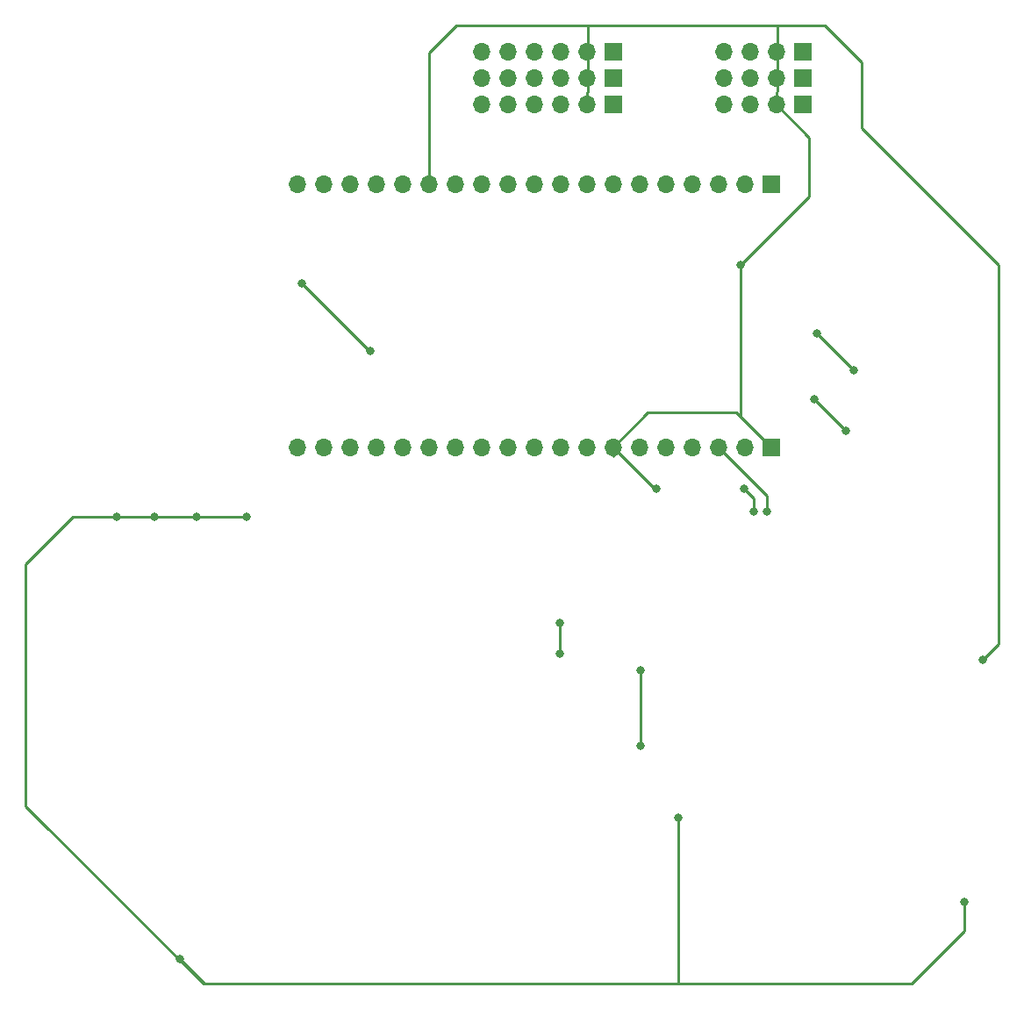
<source format=gbr>
G04 #@! TF.GenerationSoftware,KiCad,Pcbnew,(5.0.1)-3*
G04 #@! TF.CreationDate,2018-10-29T21:18:02+09:00*
G04 #@! TF.ProjectId,badge,62616467652E6B696361645F70636200,rev?*
G04 #@! TF.SameCoordinates,Original*
G04 #@! TF.FileFunction,Copper,L2,Bot,Signal*
G04 #@! TF.FilePolarity,Positive*
%FSLAX46Y46*%
G04 Gerber Fmt 4.6, Leading zero omitted, Abs format (unit mm)*
G04 Created by KiCad (PCBNEW (5.0.1)-3) date 2018-10-29 오후 9:18:02*
%MOMM*%
%LPD*%
G01*
G04 APERTURE LIST*
G04 #@! TA.AperFunction,ComponentPad*
%ADD10O,1.700000X1.700000*%
G04 #@! TD*
G04 #@! TA.AperFunction,ComponentPad*
%ADD11R,1.700000X1.700000*%
G04 #@! TD*
G04 #@! TA.AperFunction,ViaPad*
%ADD12C,0.800000*%
G04 #@! TD*
G04 #@! TA.AperFunction,Conductor*
%ADD13C,0.250000*%
G04 #@! TD*
G04 APERTURE END LIST*
D10*
G04 #@! TO.P,J2,19*
G04 #@! TO.N,Net-(J2-Pad19)*
X130451893Y-55924875D03*
G04 #@! TO.P,J2,18*
G04 #@! TO.N,Net-(J2-Pad18)*
X132991893Y-55924875D03*
G04 #@! TO.P,J2,17*
G04 #@! TO.N,Net-(J2-Pad17)*
X135531893Y-55924875D03*
G04 #@! TO.P,J2,16*
G04 #@! TO.N,/GPIO15*
X138071893Y-55924875D03*
G04 #@! TO.P,J2,15*
G04 #@! TO.N,Net-(J2-Pad15)*
X140611893Y-55924875D03*
G04 #@! TO.P,J2,14*
G04 #@! TO.N,Net-(J2-Pad14)*
X143151893Y-55924875D03*
G04 #@! TO.P,J2,13*
G04 #@! TO.N,/GPIO4*
X145691893Y-55924875D03*
G04 #@! TO.P,J2,12*
G04 #@! TO.N,Net-(J2-Pad12)*
X148231893Y-55924875D03*
G04 #@! TO.P,J2,11*
G04 #@! TO.N,Net-(J2-Pad11)*
X150771893Y-55924875D03*
G04 #@! TO.P,J2,10*
G04 #@! TO.N,/VSPI_CS*
X153311893Y-55924875D03*
G04 #@! TO.P,J2,9*
G04 #@! TO.N,/VSPI_SCK*
X155851893Y-55924875D03*
G04 #@! TO.P,J2,8*
G04 #@! TO.N,/VSPI_MISO*
X158391893Y-55924875D03*
G04 #@! TO.P,J2,7*
G04 #@! TO.N,GND*
X160931893Y-55924875D03*
G04 #@! TO.P,J2,6*
G04 #@! TO.N,/LCD_RST*
X163471893Y-55924875D03*
G04 #@! TO.P,J2,5*
G04 #@! TO.N,Net-(J2-Pad5)*
X166011893Y-55924875D03*
G04 #@! TO.P,J2,4*
G04 #@! TO.N,Net-(J2-Pad4)*
X168551893Y-55924875D03*
G04 #@! TO.P,J2,3*
G04 #@! TO.N,/LCD_DC*
X171091893Y-55924875D03*
G04 #@! TO.P,J2,2*
G04 #@! TO.N,/VSPI_MOSI*
X173631893Y-55924875D03*
D11*
G04 #@! TO.P,J2,1*
G04 #@! TO.N,GND*
X176171893Y-55924875D03*
G04 #@! TD*
G04 #@! TO.P,J1,1*
G04 #@! TO.N,+3V3*
X176171893Y-30524875D03*
D10*
G04 #@! TO.P,J1,2*
G04 #@! TO.N,Net-(J1-Pad2)*
X173631893Y-30524875D03*
G04 #@! TO.P,J1,3*
G04 #@! TO.N,/GPIO36*
X171091893Y-30524875D03*
G04 #@! TO.P,J1,4*
G04 #@! TO.N,/GPIO39*
X168551893Y-30524875D03*
G04 #@! TO.P,J1,5*
G04 #@! TO.N,/GPIO34*
X166011893Y-30524875D03*
G04 #@! TO.P,J1,6*
G04 #@! TO.N,/GPIO35*
X163471893Y-30524875D03*
G04 #@! TO.P,J1,7*
G04 #@! TO.N,Net-(J1-Pad7)*
X160931893Y-30524875D03*
G04 #@! TO.P,J1,8*
G04 #@! TO.N,Net-(J1-Pad8)*
X158391893Y-30524875D03*
G04 #@! TO.P,J1,9*
G04 #@! TO.N,/GPIO25*
X155851893Y-30524875D03*
G04 #@! TO.P,J1,10*
G04 #@! TO.N,/GPIO26*
X153311893Y-30524875D03*
G04 #@! TO.P,J1,11*
G04 #@! TO.N,/GPIO27*
X150771893Y-30524875D03*
G04 #@! TO.P,J1,12*
G04 #@! TO.N,/GPIO14*
X148231893Y-30524875D03*
G04 #@! TO.P,J1,13*
G04 #@! TO.N,/GPIO12*
X145691893Y-30524875D03*
G04 #@! TO.P,J1,14*
G04 #@! TO.N,GND*
X143151893Y-30524875D03*
G04 #@! TO.P,J1,15*
G04 #@! TO.N,/GPIO13*
X140611893Y-30524875D03*
G04 #@! TO.P,J1,16*
G04 #@! TO.N,Net-(J1-Pad16)*
X138071893Y-30524875D03*
G04 #@! TO.P,J1,17*
G04 #@! TO.N,Net-(J1-Pad17)*
X135531893Y-30524875D03*
G04 #@! TO.P,J1,18*
G04 #@! TO.N,Net-(J1-Pad18)*
X132991893Y-30524875D03*
G04 #@! TO.P,J1,19*
G04 #@! TO.N,+5V*
X130451893Y-30524875D03*
G04 #@! TD*
D11*
G04 #@! TO.P,J6,1*
G04 #@! TO.N,+3V3*
X179223687Y-22875040D03*
D10*
G04 #@! TO.P,J6,2*
G04 #@! TO.N,GND*
X176683687Y-22875040D03*
G04 #@! TO.P,J6,3*
G04 #@! TO.N,/GPIO34*
X174143687Y-22875040D03*
G04 #@! TO.P,J6,4*
G04 #@! TO.N,/GPIO35*
X171603687Y-22875040D03*
G04 #@! TD*
G04 #@! TO.P,J5,4*
G04 #@! TO.N,/GPIO35*
X171603687Y-20335040D03*
G04 #@! TO.P,J5,3*
G04 #@! TO.N,/GPIO34*
X174143687Y-20335040D03*
G04 #@! TO.P,J5,2*
G04 #@! TO.N,GND*
X176683687Y-20335040D03*
D11*
G04 #@! TO.P,J5,1*
G04 #@! TO.N,+3V3*
X179223687Y-20335040D03*
G04 #@! TD*
G04 #@! TO.P,J4,1*
G04 #@! TO.N,+3V3*
X179223687Y-17795040D03*
D10*
G04 #@! TO.P,J4,2*
G04 #@! TO.N,GND*
X176683687Y-17795040D03*
G04 #@! TO.P,J4,3*
G04 #@! TO.N,/GPIO34*
X174143687Y-17795040D03*
G04 #@! TO.P,J4,4*
G04 #@! TO.N,/GPIO35*
X171603687Y-17795040D03*
G04 #@! TD*
D11*
G04 #@! TO.P,J8,1*
G04 #@! TO.N,+3V3*
X160998697Y-20341486D03*
D10*
G04 #@! TO.P,J8,2*
G04 #@! TO.N,GND*
X158458697Y-20341486D03*
G04 #@! TO.P,J8,3*
G04 #@! TO.N,/GPIO25*
X155918697Y-20341486D03*
G04 #@! TO.P,J8,4*
G04 #@! TO.N,/GPIO26*
X153378697Y-20341486D03*
G04 #@! TO.P,J8,5*
G04 #@! TO.N,/GPIO27*
X150838697Y-20341486D03*
G04 #@! TO.P,J8,6*
G04 #@! TO.N,/GPIO4*
X148298697Y-20341486D03*
G04 #@! TD*
G04 #@! TO.P,J9,6*
G04 #@! TO.N,/GPIO4*
X148298697Y-22881486D03*
G04 #@! TO.P,J9,5*
G04 #@! TO.N,/GPIO27*
X150838697Y-22881486D03*
G04 #@! TO.P,J9,4*
G04 #@! TO.N,/GPIO26*
X153378697Y-22881486D03*
G04 #@! TO.P,J9,3*
G04 #@! TO.N,/GPIO25*
X155918697Y-22881486D03*
G04 #@! TO.P,J9,2*
G04 #@! TO.N,GND*
X158458697Y-22881486D03*
D11*
G04 #@! TO.P,J9,1*
G04 #@! TO.N,+3V3*
X160998697Y-22881486D03*
G04 #@! TD*
G04 #@! TO.P,J7,1*
G04 #@! TO.N,+3V3*
X160998697Y-17801486D03*
D10*
G04 #@! TO.P,J7,2*
G04 #@! TO.N,GND*
X158458697Y-17801486D03*
G04 #@! TO.P,J7,3*
G04 #@! TO.N,/GPIO25*
X155918697Y-17801486D03*
G04 #@! TO.P,J7,4*
G04 #@! TO.N,/GPIO26*
X153378697Y-17801486D03*
G04 #@! TO.P,J7,5*
G04 #@! TO.N,/GPIO27*
X150838697Y-17801486D03*
G04 #@! TO.P,J7,6*
G04 #@! TO.N,/GPIO4*
X148298697Y-17801486D03*
G04 #@! TD*
D12*
G04 #@! TO.N,/LCD_DC*
X175768000Y-62103000D03*
G04 #@! TO.N,/LCD_RST*
X163576000Y-84709000D03*
X163576000Y-77470000D03*
G04 #@! TO.N,GND*
X194818000Y-99822000D03*
X173228000Y-38354000D03*
X196596000Y-76454000D03*
X165100000Y-59944000D03*
X119126000Y-105283000D03*
X167259000Y-91694000D03*
X125603000Y-62611000D03*
X120777000Y-62611000D03*
X116713000Y-62611000D03*
X113030000Y-62611000D03*
G04 #@! TO.N,/VSPI_SCK*
X155829000Y-72898000D03*
X155829000Y-75819000D03*
G04 #@! TO.N,/VSPI_MOSI*
X174498000Y-62103000D03*
X173609000Y-59944000D03*
G04 #@! TO.N,/GPIO39*
X183388000Y-54356000D03*
X180340000Y-51308000D03*
G04 #@! TO.N,/GPIO36*
X184150000Y-48514000D03*
X180594000Y-44958000D03*
G04 #@! TO.N,/GPIO4*
X130937000Y-40132000D03*
X137541000Y-46609000D03*
G04 #@! TD*
D13*
G04 #@! TO.N,/LCD_DC*
X170942000Y-56074768D02*
X171091893Y-55924875D01*
X175768000Y-60600982D02*
X171091893Y-55924875D01*
X175768000Y-62103000D02*
X175768000Y-60600982D01*
G04 #@! TO.N,/LCD_RST*
X163576000Y-84709000D02*
X163576000Y-77470000D01*
G04 #@! TO.N,GND*
X194818000Y-99822000D02*
X194818000Y-102616000D01*
X194818000Y-102616000D02*
X189738000Y-107696000D01*
X173228000Y-38354000D02*
X173228000Y-52980982D01*
X181356000Y-15240000D02*
X184912000Y-18796000D01*
X184912000Y-18796000D02*
X184912000Y-25146000D01*
X184912000Y-25146000D02*
X198120000Y-38354000D01*
X198120000Y-38354000D02*
X198120000Y-74930000D01*
X198120000Y-74930000D02*
X196596000Y-76454000D01*
X158496000Y-21642102D02*
X158496000Y-15240000D01*
X158458697Y-21679405D02*
X158496000Y-21642102D01*
X158458697Y-22881486D02*
X158458697Y-21679405D01*
X160931893Y-56791893D02*
X160931893Y-55924875D01*
X172825018Y-52578000D02*
X173333018Y-53086000D01*
X164278768Y-52578000D02*
X172825018Y-52578000D01*
X160931893Y-55924875D02*
X164278768Y-52578000D01*
X173228000Y-52980982D02*
X173333018Y-53086000D01*
X173333018Y-53086000D02*
X176171893Y-55924875D01*
X176784000Y-21572646D02*
X176784000Y-15240000D01*
X176683687Y-21672959D02*
X176784000Y-21572646D01*
X176683687Y-22875040D02*
X176683687Y-21672959D01*
X176530000Y-15240000D02*
X176784000Y-15240000D01*
X176784000Y-15240000D02*
X181356000Y-15240000D01*
X143151893Y-30524875D02*
X143151893Y-17884107D01*
X145796000Y-15240000D02*
X158750000Y-15240000D01*
X143151893Y-17884107D02*
X145796000Y-15240000D01*
X158496000Y-15240000D02*
X158750000Y-15240000D01*
X158750000Y-15240000D02*
X176530000Y-15240000D01*
X160931893Y-55924875D02*
X164951018Y-59944000D01*
X164951018Y-59944000D02*
X165100000Y-59944000D01*
X121539000Y-107696000D02*
X119126000Y-105283000D01*
X167259000Y-91694000D02*
X167259000Y-107696000D01*
X189738000Y-107696000D02*
X167259000Y-107696000D01*
X121412000Y-107696000D02*
X104267000Y-90551000D01*
X121793000Y-107696000D02*
X121412000Y-107696000D01*
X121793000Y-107696000D02*
X121539000Y-107696000D01*
X167259000Y-107696000D02*
X121793000Y-107696000D01*
X104267000Y-90551000D02*
X104267000Y-67183000D01*
X104267000Y-67183000D02*
X108839000Y-62611000D01*
X120777000Y-62611000D02*
X125603000Y-62611000D01*
X116713000Y-62611000D02*
X120777000Y-62611000D01*
X108839000Y-62611000D02*
X113030000Y-62611000D01*
X113030000Y-62611000D02*
X116713000Y-62611000D01*
X179843647Y-26035000D02*
X179843647Y-31738353D01*
X176683687Y-22875040D02*
X179843647Y-26035000D01*
X179843647Y-31738353D02*
X173228000Y-38354000D01*
G04 #@! TO.N,/VSPI_SCK*
X155829000Y-72898000D02*
X155829000Y-75819000D01*
G04 #@! TO.N,/VSPI_MOSI*
X174498000Y-62103000D02*
X174498000Y-60833000D01*
X174498000Y-60833000D02*
X173609000Y-59944000D01*
G04 #@! TO.N,/GPIO39*
X183388000Y-54356000D02*
X180340000Y-51308000D01*
G04 #@! TO.N,/GPIO36*
X184150000Y-48514000D02*
X180594000Y-44958000D01*
G04 #@! TO.N,/GPIO4*
X130937000Y-40132000D02*
X137414000Y-46609000D01*
X137414000Y-46609000D02*
X137541000Y-46609000D01*
G04 #@! TD*
M02*

</source>
